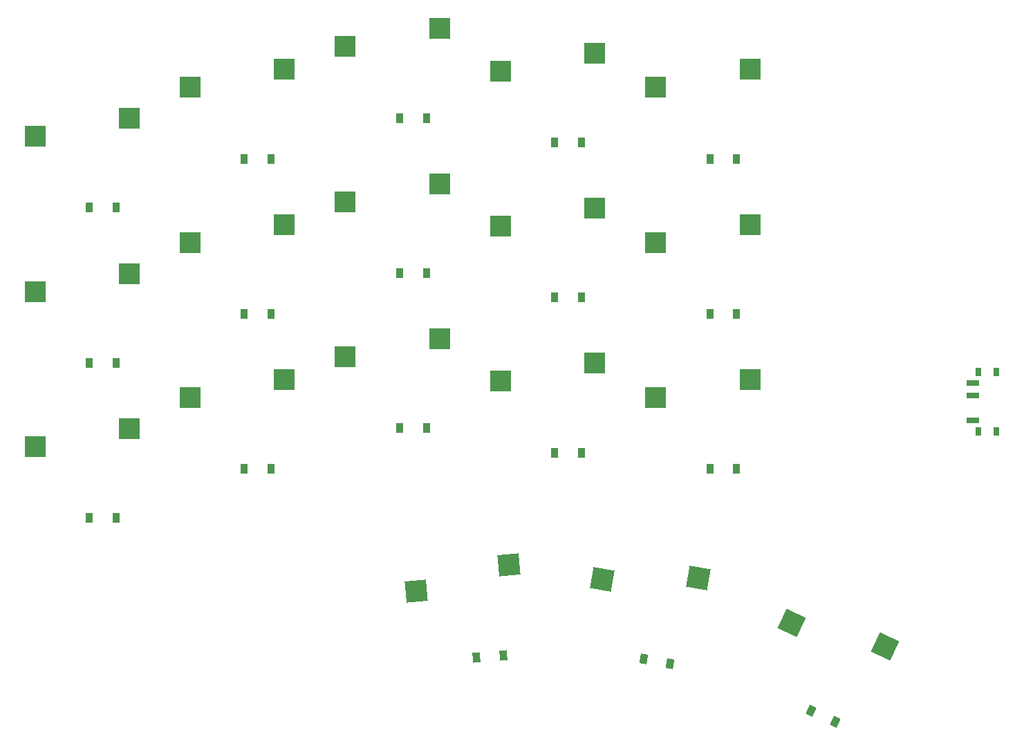
<source format=gbr>
%TF.GenerationSoftware,KiCad,Pcbnew,8.0.1*%
%TF.CreationDate,2024-03-26T11:55:02+01:00*%
%TF.ProjectId,main_board,6d61696e-5f62-46f6-9172-642e6b696361,v1.0.0*%
%TF.SameCoordinates,Original*%
%TF.FileFunction,Paste,Top*%
%TF.FilePolarity,Positive*%
%FSLAX46Y46*%
G04 Gerber Fmt 4.6, Leading zero omitted, Abs format (unit mm)*
G04 Created by KiCad (PCBNEW 8.0.1) date 2024-03-26 11:55:02*
%MOMM*%
%LPD*%
G01*
G04 APERTURE LIST*
G04 Aperture macros list*
%AMRotRect*
0 Rectangle, with rotation*
0 The origin of the aperture is its center*
0 $1 length*
0 $2 width*
0 $3 Rotation angle, in degrees counterclockwise*
0 Add horizontal line*
21,1,$1,$2,0,0,$3*%
G04 Aperture macros list end*
%ADD10R,0.900000X1.200000*%
%ADD11R,2.600000X2.600000*%
%ADD12RotRect,2.600000X2.600000X350.000000*%
%ADD13RotRect,0.900000X1.200000X335.000000*%
%ADD14RotRect,2.600000X2.600000X5.000000*%
%ADD15RotRect,0.900000X1.200000X350.000000*%
%ADD16RotRect,2.600000X2.600000X335.000000*%
%ADD17R,0.800000X1.000000*%
%ADD18R,1.500000X0.700000*%
%ADD19RotRect,0.900000X1.200000X5.000000*%
G04 APERTURE END LIST*
D10*
%TO.C,D3*%
X189350000Y-54250000D03*
X192650000Y-54250000D03*
%TD*%
D11*
%TO.C,S3*%
X194275000Y-43300000D03*
X182725000Y-45500000D03*
%TD*%
D12*
%TO.C,S17*%
X263976258Y-99576528D03*
X252219703Y-99737468D03*
%TD*%
D13*
%TO.C,D18*%
X277716906Y-115846469D03*
X280707722Y-117241109D03*
%TD*%
D11*
%TO.C,S1*%
X194275000Y-81300000D03*
X182725000Y-83500000D03*
%TD*%
D14*
%TO.C,S16*%
X240721714Y-97996910D03*
X229407408Y-101195188D03*
%TD*%
D11*
%TO.C,S15*%
X270275000Y-37300000D03*
X258725000Y-39500000D03*
%TD*%
D10*
%TO.C,D15*%
X265350000Y-48250000D03*
X268650000Y-48250000D03*
%TD*%
D11*
%TO.C,S14*%
X270275000Y-56300000D03*
X258725000Y-58500000D03*
%TD*%
%TO.C,S9*%
X232275000Y-32300000D03*
X220725000Y-34500000D03*
%TD*%
D15*
%TO.C,D17*%
X257224632Y-109504956D03*
X260474498Y-110077994D03*
%TD*%
D10*
%TO.C,D8*%
X227350000Y-62250000D03*
X230650000Y-62250000D03*
%TD*%
D11*
%TO.C,S10*%
X251275000Y-73300000D03*
X239725000Y-75500000D03*
%TD*%
D10*
%TO.C,D6*%
X208350000Y-48250000D03*
X211650000Y-48250000D03*
%TD*%
%TO.C,D4*%
X208350000Y-86250000D03*
X211650000Y-86250000D03*
%TD*%
D11*
%TO.C,S4*%
X213275000Y-75300000D03*
X201725000Y-77500000D03*
%TD*%
%TO.C,S6*%
X213275000Y-37300000D03*
X201725000Y-39500000D03*
%TD*%
D10*
%TO.C,D5*%
X208350000Y-67250000D03*
X211650000Y-67250000D03*
%TD*%
%TO.C,D12*%
X246350000Y-46250000D03*
X249650000Y-46250000D03*
%TD*%
D11*
%TO.C,S11*%
X251275000Y-54300000D03*
X239725000Y-56500000D03*
%TD*%
D10*
%TO.C,D1*%
X189350000Y-92250000D03*
X192650000Y-92250000D03*
%TD*%
%TO.C,D9*%
X227350000Y-43250000D03*
X230650000Y-43250000D03*
%TD*%
D11*
%TO.C,S8*%
X232275000Y-51300000D03*
X220725000Y-53500000D03*
%TD*%
D10*
%TO.C,D10*%
X246350000Y-84250000D03*
X249650000Y-84250000D03*
%TD*%
D11*
%TO.C,S7*%
X232275000Y-70300000D03*
X220725000Y-72500000D03*
%TD*%
D16*
%TO.C,S18*%
X286808142Y-108003793D03*
X275410527Y-105116430D03*
%TD*%
D10*
%TO.C,D14*%
X265350000Y-67250000D03*
X268650000Y-67250000D03*
%TD*%
%TO.C,D13*%
X265350000Y-86250000D03*
X268650000Y-86250000D03*
%TD*%
D11*
%TO.C,S13*%
X270275000Y-75300000D03*
X258725000Y-77500000D03*
%TD*%
D10*
%TO.C,D7*%
X227350000Y-81250000D03*
X230650000Y-81250000D03*
%TD*%
D11*
%TO.C,S2*%
X194275000Y-62300000D03*
X182725000Y-64500000D03*
%TD*%
D17*
%TO.C,T1*%
X298220000Y-81650000D03*
X300430000Y-81650000D03*
D18*
X297570000Y-75750000D03*
D17*
X298220000Y-74350000D03*
X300430000Y-74350000D03*
D18*
X297570000Y-80250000D03*
X297570000Y-77250000D03*
%TD*%
D10*
%TO.C,D2*%
X189350000Y-73250000D03*
X192650000Y-73250000D03*
%TD*%
D11*
%TO.C,S12*%
X251275000Y-35300000D03*
X239725000Y-37500000D03*
%TD*%
%TO.C,S5*%
X213275000Y-56300000D03*
X201725000Y-58500000D03*
%TD*%
D10*
%TO.C,D11*%
X246350000Y-65250000D03*
X249650000Y-65250000D03*
%TD*%
D19*
%TO.C,D16*%
X236769811Y-109334484D03*
X240057253Y-109046870D03*
%TD*%
M02*

</source>
